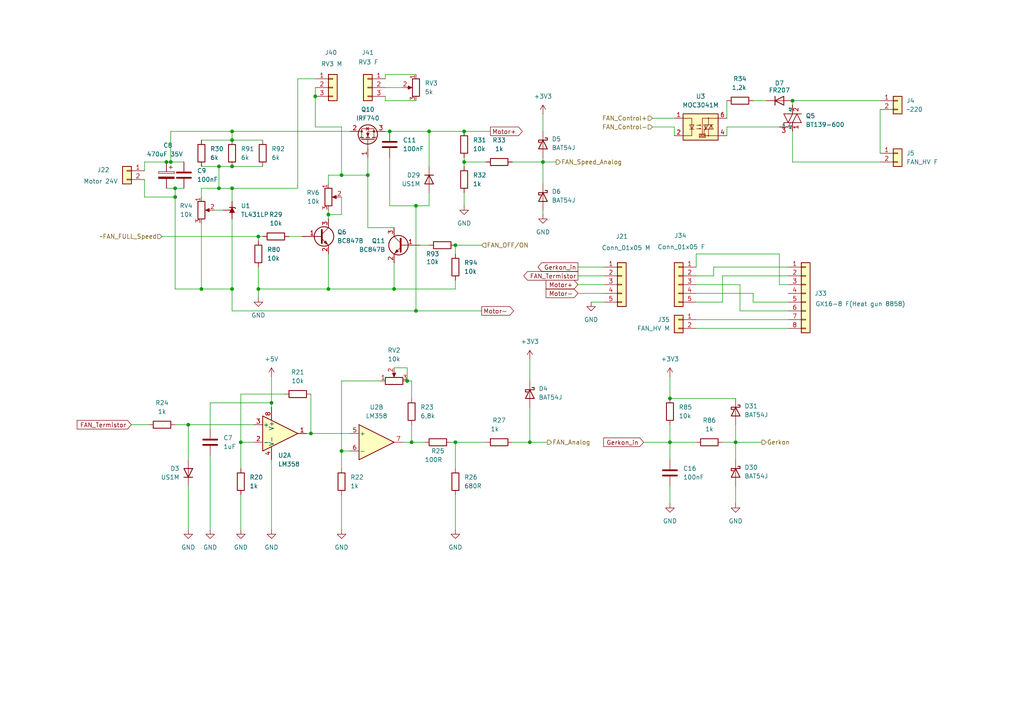
<source format=kicad_sch>
(kicad_sch (version 20231120) (generator "eeschema") (generator_version "8.0")
  (paper "A4")
  (title_block (title "Soldering Station") (date "2024-11-04") (company "BDS-SDCD"))
  (lib_symbols
    (symbol "+3V3_2" (power) (pin_numbers hide) (pin_names (offset 0) hide)
      (property "Value" "+3V3" (at 0 3.556 0))
      (symbol "+3V3_2_0_1"
        (polyline (pts (xy -0.762 1.27) (xy 0 2.54)))
        (polyline (pts (xy 0 0) (xy 0 2.54)))
        (polyline (pts (xy 0 2.54) (xy 0.762 1.27)))
      )
      (symbol "+3V3_2_1_1"
        (pin power_in line (at 0 0 90) (length 0) (name "~") (number "1"))
      )
    )
    (symbol "Amplifier_Operational:LM358" (pin_names (offset 0.127))
      (property "Reference" "U" (at 0 5.08 0))
      (property "Value" "LM358" (at 0 -5.08 0))
      (symbol "LM358_1_1"
        (polyline (pts (xy -5.08 5.08) (xy 5.08 0) (xy -5.08 -5.08) (xy -5.08 5.08)) (stroke (width 0.254)) (fill (type background)))
        (pin output line (at 7.62 0 180) (length 2.54) (name "~") (number "1"))
        (pin input line (at -7.62 -2.54 0) (length 2.54) (name "-") (number "2"))
        (pin input line (at -7.62 2.54 0) (length 2.54) (name "+") (number "3"))
      )
      (symbol "LM358_2_1"
        (polyline (pts (xy -5.08 5.08) (xy 5.08 0) (xy -5.08 -5.08) (xy -5.08 5.08)) (stroke (width 0.254)) (fill (type background)))
        (pin input line (at -7.62 2.54 0) (length 2.54) (name "+") (number "5"))
        (pin input line (at -7.62 -2.54 0) (length 2.54) (name "-") (number "6"))
        (pin output line (at 7.62 0 180) (length 2.54) (name "~") (number "7"))
      )
      (symbol "LM358_3_1"
        (pin power_in line (at -2.54 -7.62 90) (length 3.81) (name "V-") (number "4"))
        (pin power_in line (at -2.54 7.62 270) (length 3.81) (name "V+") (number "8"))
      )
    )
    (symbol "Connector_Generic:Conn_01x02" (pin_names (offset 1.016) hide)
      (property "Reference" "J" (at 0 2.54 0))
      (property "Value" "Conn_01x02" (at 0 -5.08 0))
      (symbol "Conn_01x02_1_1"
        (rectangle (start -1.27 -2.413) (end 0 -2.667) (stroke (width 0.1524)))
        (rectangle (start -1.27 0.127) (end 0 -0.127) (stroke (width 0.1524)))
        (rectangle (start -1.27 1.27) (end 1.27 -3.81) (stroke (width 0.254)) (fill (type background)))
        (pin passive line (at -5.08 0 0) (length 3.81) (name "Pin_1") (number "1"))
        (pin passive line (at -5.08 -2.54 0) (length 3.81) (name "Pin_2") (number "2"))
      )
    )
    (symbol "Connector_Generic:Conn_01x03" (pin_names (offset 1.016) hide)
      (property "Reference" "J" (at 0 5.08 0))
      (property "Value" "Conn_01x03" (at 0 -5.08 0))
      (symbol "Conn_01x03_1_1"
        (rectangle (start -1.27 -2.413) (end 0 -2.667) (stroke (width 0.1524)))
        (rectangle (start -1.27 0.127) (end 0 -0.127) (stroke (width 0.1524)))
        (rectangle (start -1.27 2.667) (end 0 2.413) (stroke (width 0.1524)))
        (rectangle (start -1.27 3.81) (end 1.27 -3.81) (stroke (width 0.254)) (fill (type background)))
        (pin passive line (at -5.08 2.54 0) (length 3.81) (name "Pin_1") (number "1"))
        (pin passive line (at -5.08 0 0) (length 3.81) (name "Pin_2") (number "2"))
        (pin passive line (at -5.08 -2.54 0) (length 3.81) (name "Pin_3") (number "3"))
      )
    )
    (symbol "Connector_Generic:Conn_01x05" (pin_names (offset 1.016) hide)
      (property "Reference" "J" (at 0 7.62 0))
      (property "Value" "Conn_01x05" (at 0 -7.62 0))
      (symbol "Conn_01x05_1_1"
        (rectangle (start -1.27 -4.953) (end 0 -5.207) (stroke (width 0.1524)))
        (rectangle (start -1.27 -2.413) (end 0 -2.667) (stroke (width 0.1524)))
        (rectangle (start -1.27 0.127) (end 0 -0.127) (stroke (width 0.1524)))
        (rectangle (start -1.27 2.667) (end 0 2.413) (stroke (width 0.1524)))
        (rectangle (start -1.27 5.207) (end 0 4.953) (stroke (width 0.1524)))
        (rectangle (start -1.27 6.35) (end 1.27 -6.35) (stroke (width 0.254)) (fill (type background)))
        (pin passive line (at -5.08 5.08 0) (length 3.81) (name "Pin_1") (number "1"))
        (pin passive line (at -5.08 2.54 0) (length 3.81) (name "Pin_2") (number "2"))
        (pin passive line (at -5.08 0 0) (length 3.81) (name "Pin_3") (number "3"))
        (pin passive line (at -5.08 -2.54 0) (length 3.81) (name "Pin_4") (number "4"))
        (pin passive line (at -5.08 -5.08 0) (length 3.81) (name "Pin_5") (number "5"))
      )
    )
    (symbol "Connector_Generic:Conn_01x08" (pin_names (offset 1.016) hide)
      (property "Reference" "J" (at 0 10.16 0))
      (property "Value" "Conn_01x08" (at 0 -12.7 0))
      (symbol "Conn_01x08_1_1"
        (rectangle (start -1.27 -10.033) (end 0 -10.287) (stroke (width 0.1524)))
        (rectangle (start -1.27 -7.493) (end 0 -7.747) (stroke (width 0.1524)))
        (rectangle (start -1.27 -4.953) (end 0 -5.207) (stroke (width 0.1524)))
        (rectangle (start -1.27 -2.413) (end 0 -2.667) (stroke (width 0.1524)))
        (rectangle (start -1.27 0.127) (end 0 -0.127) (stroke (width 0.1524)))
        (rectangle (start -1.27 2.667) (end 0 2.413) (stroke (width 0.1524)))
        (rectangle (start -1.27 5.207) (end 0 4.953) (stroke (width 0.1524)))
        (rectangle (start -1.27 7.747) (end 0 7.493) (stroke (width 0.1524)))
        (rectangle (start -1.27 8.89) (end 1.27 -11.43) (stroke (width 0.254)) (fill (type background)))
        (pin passive line (at -5.08 7.62 0) (length 3.81) (name "Pin_1") (number "1"))
        (pin passive line (at -5.08 5.08 0) (length 3.81) (name "Pin_2") (number "2"))
        (pin passive line (at -5.08 2.54 0) (length 3.81) (name "Pin_3") (number "3"))
        (pin passive line (at -5.08 0 0) (length 3.81) (name "Pin_4") (number "4"))
        (pin passive line (at -5.08 -2.54 0) (length 3.81) (name "Pin_5") (number "5"))
        (pin passive line (at -5.08 -5.08 0) (length 3.81) (name "Pin_6") (number "6"))
        (pin passive line (at -5.08 -7.62 0) (length 3.81) (name "Pin_7") (number "7"))
        (pin passive line (at -5.08 -10.16 0) (length 3.81) (name "Pin_8") (number "8"))
      )
    )
    (symbol "Device:C" (pin_numbers hide) (pin_names (offset 0.254))
      (property "Reference" "C" (at 0.635 2.54 0))
      (property "Value" "C" (at 0.635 -2.54 0))
      (symbol "C_0_1"
        (polyline (pts (xy -2.032 -0.762) (xy 2.032 -0.762)) (stroke (width 0.508)))
        (polyline (pts (xy -2.032 0.762) (xy 2.032 0.762)) (stroke (width 0.508)))
      )
      (symbol "C_1_1"
        (pin passive line (at 0 3.81 270) (length 2.794) (name "~") (number "1"))
        (pin passive line (at 0 -3.81 90) (length 2.794) (name "~") (number "2"))
      )
    )
    (symbol "Device:C_Polarized" (pin_numbers hide) (pin_names (offset 0.254))
      (property "Reference" "C" (at 0.635 2.54 0))
      (property "Value" "C_Polarized" (at 0.635 -2.54 0))
      (symbol "C_Polarized_0_1"
        (rectangle (start -2.286 0.508) (end 2.286 1.016))
        (polyline (pts (xy -1.778 2.286) (xy -0.762 2.286)))
        (polyline (pts (xy -1.27 2.794) (xy -1.27 1.778)))
        (rectangle (start 2.286 -0.508) (end -2.286 -1.016) (fill (type outline)))
      )
      (symbol "C_Polarized_1_1"
        (pin passive line (at 0 3.81 270) (length 2.794) (name "~") (number "1"))
        (pin passive line (at 0 -3.81 90) (length 2.794) (name "~") (number "2"))
      )
    )
    (symbol "Device:D" (pin_numbers hide) (pin_names (offset 1.016) hide)
      (property "Reference" "D" (at 0 2.54 0))
      (property "Value" "D" (at 0 -2.54 0))
      (symbol "D_0_1"
        (polyline (pts (xy -1.27 1.27) (xy -1.27 -1.27)) (stroke (width 0.254)))
        (polyline (pts (xy 1.27 0) (xy -1.27 0)))
        (polyline (pts (xy 1.27 1.27) (xy 1.27 -1.27) (xy -1.27 0) (xy 1.27 1.27)) (stroke (width 0.254)))
      )
      (symbol "D_1_1"
        (pin passive line (at -3.81 0 0) (length 2.54) (name "K") (number "1"))
        (pin passive line (at 3.81 0 180) (length 2.54) (name "A") (number "2"))
      )
    )
    (symbol "Device:R" (pin_numbers hide) (pin_names (offset 0))
      (property "Reference" "R" (at 2.032 0 90))
      (property "Value" "R" (at 0 0 90))
      (symbol "R_0_1"
        (rectangle (start -1.016 -2.54) (end 1.016 2.54) (stroke (width 0.254)))
      )
      (symbol "R_1_1"
        (pin passive line (at 0 3.81 270) (length 1.27) (name "~") (number "1"))
        (pin passive line (at 0 -3.81 90) (length 1.27) (name "~") (number "2"))
      )
    )
    (symbol "Device:R_Potentiometer" (pin_names (offset 1.016) hide)
      (property "Reference" "RV" (at -4.445 0 90))
      (property "Value" "R_Potentiometer" (at -2.54 0 90))
      (symbol "R_Potentiometer_0_1"
        (polyline (pts (xy 2.54 0) (xy 1.524 0)))
        (polyline (pts (xy 1.143 0) (xy 2.286 0.508) (xy 2.286 -0.508) (xy 1.143 0)) (fill (type outline)))
        (rectangle (start 1.016 2.54) (end -1.016 -2.54) (stroke (width 0.254)))
      )
      (symbol "R_Potentiometer_1_1"
        (pin passive line (at 0 3.81 270) (length 1.27) (name "1") (number "1"))
        (pin passive line (at 3.81 0 180) (length 1.27) (name "2") (number "2"))
        (pin passive line (at 0 -3.81 90) (length 1.27) (name "3") (number "3"))
      )
    )
    (symbol "Diode:BAT54J" (pin_numbers hide) (pin_names (offset 1.016) hide)
      (property "Reference" "D" (at 0 2.54 0))
      (property "Value" "BAT54J" (at 0 -2.54 0))
      (symbol "BAT54J_0_1"
        (polyline (pts (xy 1.27 0) (xy -1.27 0)))
        (polyline (pts (xy 1.27 1.27) (xy 1.27 -1.27) (xy -1.27 0) (xy 1.27 1.27)) (stroke (width 0.254)))
        (polyline (pts (xy -1.905 0.635) (xy -1.905 1.27) (xy -1.27 1.27) (xy -1.27 -1.27) (xy -0.635 -1.27) (xy -0.635 -0.635)) (stroke (width 0.254)))
      )
      (symbol "BAT54J_1_1"
        (pin passive line (at -3.81 0 0) (length 2.54) (name "K") (number "1"))
        (pin passive line (at 3.81 0 180) (length 2.54) (name "A") (number "2"))
      )
    )
    (symbol "Diode:US1M" (pin_numbers hide) (pin_names hide)
      (property "Reference" "D" (at 0 2.54 0))
      (property "Value" "US1M" (at 0 -2.54 0))
      (symbol "US1M_0_1"
        (polyline (pts (xy -1.27 1.27) (xy -1.27 -1.27)) (stroke (width 0.254)))
        (polyline (pts (xy 1.27 0) (xy -1.27 0)))
        (polyline (pts (xy 1.27 1.27) (xy 1.27 -1.27) (xy -1.27 0) (xy 1.27 1.27)) (stroke (width 0.254)))
      )
      (symbol "US1M_1_1"
        (pin passive line (at -3.81 0 0) (length 2.54) (name "K") (number "1"))
        (pin passive line (at 3.81 0 180) (length 2.54) (name "A") (number "2"))
      )
    )
    (symbol "GND_1" (power) (pin_numbers hide) (pin_names (offset 0) hide)
      (property "Value" "GND" (at 0 -3.81 0))
      (symbol "GND_1_0_1"
        (polyline (pts (xy 0 0) (xy 0 -1.27) (xy 1.27 -1.27) (xy 0 -2.54) (xy -1.27 -1.27) (xy 0 -1.27)))
      )
      (symbol "GND_1_1_1"
        (pin power_in line (at 0 0 270) (length 0) (name "~") (number "1"))
      )
    )
    (symbol "GND_2" (power) (pin_numbers hide) (pin_names (offset 0) hide)
      (property "Value" "GND" (at 0 -3.81 0))
      (symbol "GND_2_0_1"
        (polyline (pts (xy 0 0) (xy 0 -1.27) (xy 1.27 -1.27) (xy 0 -2.54) (xy -1.27 -1.27) (xy 0 -1.27)))
      )
      (symbol "GND_2_1_1"
        (pin power_in line (at 0 0 270) (length 0) (name "~") (number "1"))
      )
    )
    (symbol "GND_3" (power) (pin_numbers hide) (pin_names (offset 0) hide)
      (property "Value" "GND" (at 0 -3.81 0))
      (symbol "GND_3_0_1"
        (polyline (pts (xy 0 0) (xy 0 -1.27) (xy 1.27 -1.27) (xy 0 -2.54) (xy -1.27 -1.27) (xy 0 -1.27)))
      )
      (symbol "GND_3_1_1"
        (pin power_in line (at 0 0 270) (length 0) (name "~") (number "1"))
      )
    )
    (symbol "Reference_Voltage:TL431LP" (pin_numbers hide) (pin_names hide)
      (property "Reference" "U" (at -2.54 2.54 0))
      (property "Value" "TL431LP" (at 0 -2.54 0))
      (symbol "TL431LP_0_1"
        (polyline (pts (xy -1.27 0) (xy 0 0) (xy 1.27 0)))
        (polyline (pts (xy -0.762 0.762) (xy 0.762 0) (xy -0.762 -0.762)) (fill (type outline)))
        (polyline (pts (xy 0.508 -1.016) (xy 0.762 -0.762) (xy 0.762 0.762) (xy 0.762 0.762)) (stroke (width 0.254)))
      )
      (symbol "TL431LP_1_1"
        (pin passive line (at 0 2.54 270) (length 2.54) (name "REF") (number "1"))
        (pin passive line (at -2.54 0 0) (length 2.54) (name "A") (number "2"))
        (pin passive line (at 2.54 0 180) (length 2.54) (name "K") (number "3"))
      )
    )
    (symbol "Relay_SolidState:MOC3041M"
      (property "Reference" "U" (at -5.08 5.08 0))
      (property "Value" "MOC3041M" (at 0 5.08 0))
      (symbol "MOC3041M_0_0"
        (rectangle (start -0.381 -2.032) (end 1.397 -3.048))
        (polyline (pts (xy 2.286 -2.54) (xy 1.397 -2.54)))
        (polyline (pts (xy 1.524 -0.635) (xy 1.016 -1.016) (xy 1.016 -2.032)))
        (text "ZCD" (at 0.508 -2.54 0) (effects (font (size 0.508 0.508))))
      )
      (symbol "MOC3041M_0_1"
        (rectangle (start -5.08 3.81) (end 5.08 -3.81) (stroke (width 0.254)) (fill (type background)))
        (polyline (pts (xy -3.175 -0.635) (xy -1.905 -0.635)))
        (polyline (pts (xy 1.524 -0.635) (xy 1.524 0.635)))
        (polyline (pts (xy 3.048 0.635) (xy 3.048 -0.635)))
        (polyline (pts (xy 2.286 -0.635) (xy 2.286 -2.54) (xy 5.08 -2.54)))
        (polyline (pts (xy 2.286 0.635) (xy 2.286 2.54) (xy 5.08 2.54)))
        (polyline (pts (xy 2.286 2.54) (xy 0.508 2.54) (xy 0.508 -2.032)))
        (polyline (pts (xy -5.08 2.54) (xy -2.54 2.54) (xy -2.54 -2.54) (xy -5.08 -2.54)))
        (polyline (pts (xy -2.54 -0.635) (xy -3.175 0.635) (xy -1.905 0.635) (xy -2.54 -0.635)))
        (polyline (pts (xy 0.889 -0.635) (xy 3.683 -0.635) (xy 3.048 0.635) (xy 2.413 -0.635)))
        (polyline (pts (xy 3.683 0.635) (xy 0.889 0.635) (xy 1.524 -0.635) (xy 2.159 0.635)))
        (polyline (pts (xy -1.143 -0.508) (xy 0.127 -0.508) (xy -0.254 -0.635) (xy -0.254 -0.381) (xy 0.127 -0.508)))
        (polyline (pts (xy -1.143 0.508) (xy 0.127 0.508) (xy -0.254 0.381) (xy -0.254 0.635) (xy 0.127 0.508)))
        (circle (center 2.286 -2.54) (radius 0.127))
        (circle (center 2.286 2.54) (radius 0.127))
      )
      (symbol "MOC3041M_1_1"
        (pin passive line (at -7.62 2.54 0) (length 2.54) (name "~") (number "1"))
        (pin passive line (at -7.62 -2.54 0) (length 2.54) (name "~") (number "2"))
        (pin no_connect line (at -5.08 0 0) (length 2.54) hide (name "NC") (number "3"))
        (pin passive line (at 7.62 -2.54 180) (length 2.54) (name "~") (number "4"))
        (pin no_connect line (at 5.08 0 180) (length 2.54) hide (name "NC") (number "5"))
        (pin passive line (at 7.62 2.54 180) (length 2.54) (name "~") (number "6"))
      )
    )
    (symbol "Transistor_BJT:BC847" (pin_names (offset 0) hide)
      (property "Reference" "Q" (at 5.08 1.905 0))
      (property "Value" "BC847" (at 5.08 0 0))
      (symbol "BC847_0_1"
        (polyline (pts (xy 0.635 0.635) (xy 2.54 2.54)))
        (polyline (pts (xy 0.635 -0.635) (xy 2.54 -2.54) (xy 2.54 -2.54)))
        (polyline (pts (xy 0.635 1.905) (xy 0.635 -1.905) (xy 0.635 -1.905)) (stroke (width 0.508)))
        (polyline (pts (xy 1.27 -1.778) (xy 1.778 -1.27) (xy 2.286 -2.286) (xy 1.27 -1.778) (xy 1.27 -1.778)) (fill (type outline)))
        (circle (center 1.27 0) (radius 2.8194) (stroke (width 0.254)))
      )
      (symbol "BC847_1_1"
        (pin input line (at -5.08 0 0) (length 5.715) (name "B") (number "1"))
        (pin passive line (at 2.54 -5.08 90) (length 2.54) (name "E") (number "2"))
        (pin passive line (at 2.54 5.08 270) (length 2.54) (name "C") (number "3"))
      )
    )
    (symbol "Transistor_FET:IRF740" (pin_names hide)
      (property "Reference" "Q" (at 5.08 1.905 0))
      (property "Value" "IRF740" (at 5.08 0 0))
      (symbol "IRF740_0_1"
        (polyline (pts (xy 0.254 0) (xy -2.54 0)))
        (polyline (pts (xy 0.254 1.905) (xy 0.254 -1.905)) (stroke (width 0.254)))
        (polyline (pts (xy 0.762 -1.27) (xy 0.762 -2.286)) (stroke (width 0.254)))
        (polyline (pts (xy 0.762 0.508) (xy 0.762 -0.508)) (stroke (width 0.254)))
        (polyline (pts (xy 0.762 2.286) (xy 0.762 1.27)) (stroke (width 0.254)))
        (polyline (pts (xy 2.54 2.54) (xy 2.54 1.778)))
        (polyline (pts (xy 2.54 -2.54) (xy 2.54 0) (xy 0.762 0)))
        (polyline (pts (xy 0.762 -1.778) (xy 3.302 -1.778) (xy 3.302 1.778) (xy 0.762 1.778)))
        (polyline (pts (xy 1.016 0) (xy 2.032 0.381) (xy 2.032 -0.381) (xy 1.016 0)) (fill (type outline)))
        (polyline (pts (xy 2.794 0.508) (xy 2.921 0.381) (xy 3.683 0.381) (xy 3.81 0.254)))
        (polyline (pts (xy 3.302 0.381) (xy 2.921 -0.254) (xy 3.683 -0.254) (xy 3.302 0.381)))
        (circle (center 1.651 0) (radius 2.794) (stroke (width 0.254)))
        (circle (center 2.54 -1.778) (radius 0.254) (fill (type outline)))
        (circle (center 2.54 1.778) (radius 0.254) (fill (type outline)))
      )
      (symbol "IRF740_1_1"
        (pin input line (at -5.08 0 0) (length 2.54) (name "G") (number "1"))
        (pin passive line (at 2.54 5.08 270) (length 2.54) (name "D") (number "2"))
        (pin passive line (at 2.54 -5.08 90) (length 2.54) (name "S") (number "3"))
      )
    )
    (symbol "Triac_Thyristor:BT139-600" (pin_names (offset 0))
      (property "Reference" "Q" (at 5.08 1.905 0))
      (property "Value" "BT139-600" (at 5.08 0 0))
      (symbol "BT139-600_0_1"
        (polyline (pts (xy -2.54 -1.27) (xy 2.54 -1.27)) (stroke (width 0.2032)))
        (polyline (pts (xy -2.54 1.27) (xy 2.54 1.27)) (stroke (width 0.2032)))
        (polyline (pts (xy -1.27 -2.54) (xy -0.635 -1.27)))
        (polyline (pts (xy -2.54 1.27) (xy -1.27 -1.27) (xy 0 1.27)) (stroke (width 0.2032)))
        (polyline (pts (xy 0 -1.27) (xy 1.27 1.27) (xy 2.54 -1.27)) (stroke (width 0.2032)))
      )
      (symbol "BT139-600_1_1"
        (pin passive line (at 0 -3.81 90) (length 2.54) (name "A1") (number "1"))
        (pin passive line (at 0 3.81 270) (length 2.54) (name "A2") (number "2"))
        (pin input line (at -3.81 -2.54 0) (length 2.54) (name "G") (number "3"))
      )
    )
    (symbol "US1M_1" (pin_numbers hide) (pin_names hide)
      (property "Reference" "D" (at 0 2.54 0))
      (property "Value" "US1M" (at 0 -2.54 0))
      (symbol "US1M_1_0_1"
        (polyline (pts (xy -1.27 1.27) (xy -1.27 -1.27)) (stroke (width 0.254)))
        (polyline (pts (xy 1.27 0) (xy -1.27 0)))
        (polyline (pts (xy 1.27 1.27) (xy 1.27 -1.27) (xy -1.27 0) (xy 1.27 1.27)) (stroke (width 0.254)))
      )
      (symbol "US1M_1_1_1"
        (pin passive line (at -3.81 0 0) (length 2.54) (name "K") (number "1"))
        (pin passive line (at 3.81 0 180) (length 2.54) (name "A") (number "2"))
      )
    )
    (symbol "power:+3V3" (power) (pin_names (offset 0))
      (property "Value" "+3V3" (at 0 3.556 0))
      (symbol "+3V3_0_1"
        (polyline (pts (xy -0.762 1.27) (xy 0 2.54)))
        (polyline (pts (xy 0 0) (xy 0 2.54)))
        (polyline (pts (xy 0 2.54) (xy 0.762 1.27)))
      )
      (symbol "+3V3_1_1"
        (pin power_in line (at 0 0 90) (length 0) hide (name "+3V3") (number "1"))
      )
    )
    (symbol "power:+5V" (power) (pin_names (offset 0))
      (property "Value" "+5V" (at 0 3.556 0))
      (symbol "+5V_0_1"
        (polyline (pts (xy -0.762 1.27) (xy 0 2.54)))
        (polyline (pts (xy 0 0) (xy 0 2.54)))
        (polyline (pts (xy 0 2.54) (xy 0.762 1.27)))
      )
      (symbol "+5V_1_1"
        (pin power_in line (at 0 0 90) (length 0) hide (name "+5V") (number "1"))
      )
    )
    (symbol "power:GND" (power) (pin_names (offset 0))
      (property "Value" "GND" (at 0 -3.81 0))
      (symbol "GND_0_1"
        (polyline (pts (xy 0 0) (xy 0 -1.27) (xy 1.27 -1.27) (xy 0 -2.54) (xy -1.27 -1.27) (xy 0 -1.27)))
      )
      (symbol "GND_1_1"
        (pin power_in line (at 0 0 270) (length 0) hide (name "GND") (number "1"))
      )
    )
  )
  (junction (at 63.5 48.26))
  (junction (at 67.31 40.64))
  (junction (at 157.48 46.99))
  (junction (at 120.65 90.17))
  (junction (at 67.31 83.82))
  (junction (at 194.31 115.57))
  (junction (at 50.8 54.61))
  (junction (at 119.38 128.27))
  (junction (at 132.08 128.27))
  (junction (at 90.17 125.73))
  (junction (at 153.67 128.27))
  (junction (at 120.65 59.69))
  (junction (at 95.25 83.82))
  (junction (at 113.03 38.1))
  (junction (at 69.85 128.27))
  (junction (at 95.25 62.23))
  (junction (at 78.74 116.84))
  (junction (at 194.31 128.27))
  (junction (at 134.62 46.99))
  (junction (at 124.46 38.1))
  (junction (at 54.61 123.19))
  (junction (at 48.26 46.99))
  (junction (at 67.31 38.1))
  (junction (at 118.11 110.49))
  (junction (at 91.44 27.94))
  (junction (at 63.5 54.61))
  (junction (at 67.31 48.26))
  (junction (at 50.8 57.15))
  (junction (at 134.62 38.1))
  (junction (at 106.68 50.8))
  (junction (at 74.93 68.58))
  (junction (at 99.06 130.81))
  (junction (at 132.08 71.12))
  (junction (at 213.36 128.27))
  (junction (at 99.06 50.8))
  (junction (at 229.87 29.21))
  (junction (at 49.53 46.99))
  (junction (at 67.31 54.61))
  (junction (at 74.93 83.82))
  (junction (at 58.42 83.82))
  (junction (at 114.3 83.82))
  (wire (pts (xy 194.31 123.19) (xy 194.31 128.27)))
  (wire (pts (xy 210.82 36.83) (xy 210.82 39.37)))
  (wire (pts (xy 229.87 38.1) (xy 229.87 46.99)))
  (wire (pts (xy 167.64 77.47) (xy 175.26 77.47)))
  (wire (pts (xy 95.25 60.96) (xy 95.25 62.23)))
  (wire (pts (xy 229.87 46.99) (xy 255.27 46.99)))
  (wire (pts (xy 201.93 92.71) (xy 228.6 92.71)))
  (wire (pts (xy 226.06 82.55) (xy 228.6 82.55)))
  (wire (pts (xy 148.59 128.27) (xy 153.67 128.27)))
  (wire (pts (xy 119.38 128.27) (xy 119.38 123.19)))
  (wire (pts (xy 60.96 124.46) (xy 60.96 116.84)))
  (wire (pts (xy 189.23 36.83) (xy 195.58 36.83)))
  (wire (pts (xy 95.25 83.82) (xy 114.3 83.82)))
  (wire (pts (xy 120.65 59.69) (xy 120.65 90.17)))
  (wire (pts (xy 134.62 45.72) (xy 134.62 46.99)))
  (wire (pts (xy 132.08 81.28) (xy 132.08 83.82)))
  (wire (pts (xy 167.64 82.55) (xy 175.26 82.55)))
  (wire (pts (xy 207.01 80.01) (xy 207.01 77.47)))
  (wire (pts (xy 124.46 55.88) (xy 124.46 59.69)))
  (wire (pts (xy 95.25 50.8) (xy 95.25 53.34)))
  (wire (pts (xy 91.44 36.83) (xy 99.06 36.83)))
  (wire (pts (xy 201.93 77.47) (xy 201.93 73.66)))
  (wire (pts (xy 50.8 57.15) (xy 50.8 83.82)))
  (wire (pts (xy 213.36 128.27) (xy 220.98 128.27)))
  (wire (pts (xy 119.38 128.27) (xy 123.19 128.27)))
  (wire (pts (xy 114.3 106.68) (xy 118.11 106.68)))
  (wire (pts (xy 214.63 90.17) (xy 214.63 82.55)))
  (wire (pts (xy 210.82 36.83) (xy 226.06 36.83)))
  (wire (pts (xy 99.06 130.81) (xy 99.06 135.89)))
  (wire (pts (xy 74.93 77.47) (xy 74.93 83.82)))
  (wire (pts (xy 67.31 54.61) (xy 67.31 58.42)))
  (wire (pts (xy 148.59 46.99) (xy 157.48 46.99)))
  (wire (pts (xy 218.44 29.21) (xy 222.25 29.21)))
  (wire (pts (xy 49.53 38.1) (xy 67.31 38.1)))
  (wire (pts (xy 110.49 110.49) (xy 99.06 110.49)))
  (wire (pts (xy 99.06 50.8) (xy 95.25 50.8)))
  (wire (pts (xy 195.58 36.83) (xy 195.58 39.37)))
  (wire (pts (xy 67.31 54.61) (xy 86.36 54.61)))
  (wire (pts (xy 132.08 143.51) (xy 132.08 153.67)))
  (wire (pts (xy 54.61 140.97) (xy 54.61 153.67)))
  (wire (pts (xy 49.53 46.99) (xy 49.53 38.1)))
  (wire (pts (xy 134.62 46.99) (xy 134.62 48.26)))
  (wire (pts (xy 218.44 87.63) (xy 228.6 87.63)))
  (wire (pts (xy 78.74 109.22) (xy 78.74 116.84)))
  (wire (pts (xy 209.55 80.01) (xy 228.6 80.01)))
  (wire (pts (xy 67.31 83.82) (xy 67.31 90.17)))
  (wire (pts (xy 213.36 123.19) (xy 213.36 128.27)))
  (wire (pts (xy 50.8 54.61) (xy 50.8 57.15)))
  (wire (pts (xy 186.69 128.27) (xy 194.31 128.27)))
  (wire (pts (xy 86.36 22.86) (xy 86.36 54.61)))
  (wire (pts (xy 106.68 66.04) (xy 114.3 66.04)))
  (wire (pts (xy 69.85 114.3) (xy 69.85 128.27)))
  (wire (pts (xy 157.48 46.99) (xy 157.48 45.72)))
  (wire (pts (xy 111.76 29.21) (xy 120.65 29.21)))
  (wire (pts (xy 207.01 77.47) (xy 228.6 77.47)))
  (wire (pts (xy 113.03 38.1) (xy 124.46 38.1)))
  (wire (pts (xy 132.08 135.89) (xy 132.08 128.27)))
  (wire (pts (xy 54.61 123.19) (xy 54.61 133.35)))
  (wire (pts (xy 132.08 128.27) (xy 140.97 128.27)))
  (wire (pts (xy 201.93 85.09) (xy 218.44 85.09)))
  (wire (pts (xy 209.55 128.27) (xy 213.36 128.27)))
  (wire (pts (xy 153.67 128.27) (xy 158.75 128.27)))
  (wire (pts (xy 99.06 57.15) (xy 99.06 62.23)))
  (wire (pts (xy 41.91 49.53) (xy 41.91 46.99)))
  (wire (pts (xy 201.93 73.66) (xy 226.06 73.66)))
  (wire (pts (xy 121.92 71.12) (xy 124.46 71.12)))
  (wire (pts (xy 157.48 46.99) (xy 161.29 46.99)))
  (wire (pts (xy 201.93 95.25) (xy 228.6 95.25)))
  (wire (pts (xy 74.93 83.82) (xy 95.25 83.82)))
  (wire (pts (xy 213.36 140.97) (xy 213.36 146.05)))
  (wire (pts (xy 90.17 125.73) (xy 101.6 125.73)))
  (wire (pts (xy 228.6 90.17) (xy 214.63 90.17)))
  (wire (pts (xy 134.62 46.99) (xy 140.97 46.99)))
  (wire (pts (xy 118.11 106.68) (xy 118.11 110.49)))
  (wire (pts (xy 157.48 46.99) (xy 157.48 53.34)))
  (wire (pts (xy 124.46 38.1) (xy 124.46 48.26)))
  (wire (pts (xy 255.27 31.75) (xy 255.27 44.45)))
  (wire (pts (xy 67.31 90.17) (xy 120.65 90.17)))
  (wire (pts (xy 63.5 54.61) (xy 67.31 54.61)))
  (wire (pts (xy 119.38 115.57) (xy 119.38 110.49)))
  (wire (pts (xy 63.5 48.26) (xy 63.5 54.61)))
  (wire (pts (xy 201.93 80.01) (xy 207.01 80.01)))
  (wire (pts (xy 214.63 82.55) (xy 201.93 82.55)))
  (wire (pts (xy 113.03 45.72) (xy 113.03 59.69)))
  (wire (pts (xy 111.76 25.4) (xy 116.84 25.4)))
  (wire (pts (xy 124.46 38.1) (xy 134.62 38.1)))
  (wire (pts (xy 50.8 54.61) (xy 53.34 54.61)))
  (wire (pts (xy 120.65 90.17) (xy 139.7 90.17)))
  (wire (pts (xy 111.76 22.86) (xy 111.76 21.59)))
  (wire (pts (xy 46.99 68.58) (xy 74.93 68.58)))
  (wire (pts (xy 119.38 110.49) (xy 118.11 110.49)))
  (wire (pts (xy 171.45 87.63) (xy 175.26 87.63)))
  (wire (pts (xy 58.42 40.64) (xy 67.31 40.64)))
  (wire (pts (xy 88.9 125.73) (xy 90.17 125.73)))
  (wire (pts (xy 194.31 128.27) (xy 194.31 133.35)))
  (wire (pts (xy 63.5 48.26) (xy 67.31 48.26)))
  (wire (pts (xy 99.06 36.83) (xy 99.06 50.8)))
  (wire (pts (xy 106.68 45.72) (xy 106.68 50.8)))
  (wire (pts (xy 67.31 38.1) (xy 101.6 38.1)))
  (wire (pts (xy 69.85 128.27) (xy 69.85 135.89)))
  (wire (pts (xy 95.25 73.66) (xy 95.25 83.82)))
  (wire (pts (xy 58.42 83.82) (xy 67.31 83.82)))
  (wire (pts (xy 60.96 132.08) (xy 60.96 153.67)))
  (wire (pts (xy 54.61 123.19) (xy 73.66 123.19)))
  (wire (pts (xy 229.87 29.21) (xy 255.27 29.21)))
  (wire (pts (xy 83.82 68.58) (xy 87.63 68.58)))
  (wire (pts (xy 99.06 143.51) (xy 99.06 153.67)))
  (wire (pts (xy 157.48 33.02) (xy 157.48 38.1)))
  (wire (pts (xy 111.76 27.94) (xy 111.76 29.21)))
  (wire (pts (xy 157.48 60.96) (xy 157.48 62.23)))
  (wire (pts (xy 111.76 21.59) (xy 120.65 21.59)))
  (wire (pts (xy 95.25 62.23) (xy 95.25 63.5)))
  (wire (pts (xy 69.85 128.27) (xy 73.66 128.27)))
  (wire (pts (xy 116.84 128.27) (xy 119.38 128.27)))
  (wire (pts (xy 114.3 83.82) (xy 132.08 83.82)))
  (wire (pts (xy 74.93 68.58) (xy 74.93 69.85)))
  (wire (pts (xy 101.6 130.81) (xy 99.06 130.81)))
  (wire (pts (xy 167.64 80.01) (xy 175.26 80.01)))
  (wire (pts (xy 153.67 118.11) (xy 153.67 128.27)))
  (wire (pts (xy 41.91 57.15) (xy 50.8 57.15)))
  (wire (pts (xy 99.06 110.49) (xy 99.06 130.81)))
  (wire (pts (xy 194.31 109.22) (xy 194.31 115.57)))
  (wire (pts (xy 194.31 128.27) (xy 201.93 128.27)))
  (wire (pts (xy 210.82 29.21) (xy 210.82 34.29)))
  (wire (pts (xy 41.91 52.07) (xy 41.91 57.15)))
  (wire (pts (xy 111.76 38.1) (xy 113.03 38.1)))
  (wire (pts (xy 48.26 46.99) (xy 49.53 46.99)))
  (wire (pts (xy 91.44 36.83) (xy 91.44 27.94)))
  (wire (pts (xy 41.91 46.99) (xy 48.26 46.99)))
  (wire (pts (xy 69.85 143.51) (xy 69.85 153.67)))
  (wire (pts (xy 134.62 55.88) (xy 134.62 59.69)))
  (wire (pts (xy 60.96 116.84) (xy 78.74 116.84)))
  (wire (pts (xy 91.44 25.4) (xy 91.44 27.94)))
  (wire (pts (xy 62.23 60.96) (xy 64.77 60.96)))
  (wire (pts (xy 38.1 123.19) (xy 43.18 123.19)))
  (wire (pts (xy 58.42 57.15) (xy 58.42 54.61)))
  (wire (pts (xy 50.8 83.82) (xy 58.42 83.82)))
  (wire (pts (xy 67.31 63.5) (xy 67.31 83.82)))
  (wire (pts (xy 67.31 48.26) (xy 76.2 48.26)))
  (wire (pts (xy 78.74 116.84) (xy 78.74 118.11)))
  (wire (pts (xy 113.03 59.69) (xy 120.65 59.69)))
  (wire (pts (xy 78.74 133.35) (xy 78.74 153.67)))
  (wire (pts (xy 213.36 128.27) (xy 213.36 133.35)))
  (wire (pts (xy 58.42 48.26) (xy 63.5 48.26)))
  (wire (pts (xy 90.17 114.3) (xy 90.17 125.73)))
  (wire (pts (xy 67.31 38.1) (xy 67.31 40.64)))
  (wire (pts (xy 167.64 85.09) (xy 175.26 85.09)))
  (wire (pts (xy 132.08 71.12) (xy 139.7 71.12)))
  (wire (pts (xy 58.42 54.61) (xy 63.5 54.61)))
  (wire (pts (xy 209.55 87.63) (xy 209.55 80.01)))
  (wire (pts (xy 132.08 128.27) (xy 130.81 128.27)))
  (wire (pts (xy 99.06 62.23) (xy 95.25 62.23)))
  (wire (pts (xy 153.67 104.14) (xy 153.67 110.49)))
  (wire (pts (xy 132.08 71.12) (xy 132.08 73.66)))
  (wire (pts (xy 194.31 140.97) (xy 194.31 146.05)))
  (wire (pts (xy 48.26 54.61) (xy 50.8 54.61)))
  (wire (pts (xy 189.23 34.29) (xy 195.58 34.29)))
  (wire (pts (xy 226.06 73.66) (xy 226.06 82.55)))
  (wire (pts (xy 213.36 115.57) (xy 194.31 115.57)))
  (wire (pts (xy 67.31 40.64) (xy 76.2 40.64)))
  (wire (pts (xy 99.06 50.8) (xy 106.68 50.8)))
  (wire (pts (xy 134.62 38.1) (xy 142.24 38.1)))
  (wire (pts (xy 91.44 22.86) (xy 86.36 22.86)))
  (wire (pts (xy 58.42 64.77) (xy 58.42 83.82)))
  (wire (pts (xy 229.87 29.21) (xy 229.87 30.48)))
  (wire (pts (xy 218.44 85.09) (xy 218.44 87.63)))
  (wire (pts (xy 114.3 76.2) (xy 114.3 83.82)))
  (wire (pts (xy 74.93 68.58) (xy 76.2 68.58)))
  (wire (pts (xy 49.53 46.99) (xy 53.34 46.99)))
  (wire (pts (xy 50.8 123.19) (xy 54.61 123.19)))
  (wire (pts (xy 201.93 87.63) (xy 209.55 87.63)))
  (wire (pts (xy 120.65 59.69) (xy 124.46 59.69)))
  (wire (pts (xy 74.93 83.82) (xy 74.93 86.36)))
  (wire (pts (xy 82.55 114.3) (xy 69.85 114.3)))
  (wire (pts (xy 106.68 50.8) (xy 106.68 66.04)))
  (global_label "Gerkon_in" (shape input) (at 186.69 128.27 180) (property "Intersheetrefs" "${INTERSHEET_REFS}" (effects (hide yes))))
  (global_label "Motor-" (shape output) (at 139.7 90.17 0) (property "Intersheetrefs" "${INTERSHEET_REFS}" (effects (hide yes))))
  (global_label "Motor+" (shape input) (at 167.64 82.55 180) (property "Intersheetrefs" "${INTERSHEET_REFS}" (effects (hide yes))))
  (global_label "FAN_Termistor" (shape output) (at 167.64 80.01 180) (property "Intersheetrefs" "${INTERSHEET_REFS}" (effects (hide yes))))
  (global_label "FAN_Termistor" (shape input) (at 38.1 123.19 180) (property "Intersheetrefs" "${INTERSHEET_REFS}" (effects (hide yes))))
  (global_label "Gerkon_in" (shape output) (at 167.64 77.47 180) (property "Intersheetrefs" "${INTERSHEET_REFS}" (effects (hide yes))))
  (global_label "Motor-" (shape input) (at 167.64 85.09 180) (property "Intersheetrefs" "${INTERSHEET_REFS}" (effects (hide yes))))
  (global_label "Motor+" (shape output) (at 142.24 38.1 0) (property "Intersheetrefs" "${INTERSHEET_REFS}" (effects (hide yes))))
  (hierarchical_label "FAN_Control-" (shape input) (at 189.23 36.83 180))
  (hierarchical_label "FAN_OFF{slash}ON" (shape input) (at 139.7 71.12 0))
  (hierarchical_label "Gerkon" (shape output) (at 220.98 128.27 0))
  (hierarchical_label "FAN_Analog" (shape output) (at 158.75 128.27 0))
  (hierarchical_label "~FAN_FULL_Speed" (shape input) (at 46.99 68.58 180))
  (hierarchical_label "FAN_Control+" (shape input) (at 189.23 34.29 180))
  (hierarchical_label "FAN_Speed_Analog" (shape output) (at 161.29 46.99 0))
  (symbol (lib_id "Device:R") (at 132.08 77.47 0) (unit 1)
    (property "Reference" "R94" (at 134.62 76.2 0) (effects (justify left)))
    (property "Value" "10k" (at 134.62 78.74 0) (effects (justify left)))
    (property "Footprint" "Resistor_SMD:R_1206_3216Metric_Pad1.30x1.75mm_HandSolder" (effects (hide yes)))
  )
  (symbol (lib_id "Transistor_FET:IRF740") (at 106.68 40.64 90) (unit 1)
    (property "Reference" "Q10" (at 106.68 31.75 90))
    (property "Value" "IRF740" (at 106.68 34.29 90))
    (property "Footprint" "Package_TO_SOT_THT:TO-220-3_Vertical" (effects (hide yes)))
    (property "Datasheet" "http://www.vishay.com/docs/91054/91054.pdf" (effects (hide yes)))
    (property "Description" "10A Id, 400V Vds, N-Channel Power MOSFET, 500mOhm Rds, TO-220AB" (effects (hide yes)))
  )
  (symbol (lib_id "Device:R_Potentiometer") (at 114.3 110.49 90) (unit 1)
    (property "Reference" "RV2" (at 114.3 101.6 90))
    (property "Value" "10k" (at 114.3 104.14 90))
    (property "Footprint" "Potentiometer_THT:Potentiometer_Bourns_3266Y_Vertical" (effects (hide yes)))
  )
  (symbol (lib_id "power:GND") (at 171.45 87.63 0) (unit 1)
    (property "Reference" "#PWR013" (effects (hide yes)))
    (property "Value" "GND" (at 171.45 92.71 0))
  )
  (symbol (lib_id "Connector_Generic:Conn_01x03") (at 96.52 25.4 0) (unit 1)
    (property "Reference" "J40" (at 97.79 15.24 0) (effects (justify right)))
    (property "Value" "RV3 M" (at 99.314 18.542 0) (effects (justify right)))
    (property "Footprint" "Connector_PinHeader_2.54mm:PinHeader_1x03_P2.54mm_Vertical" (effects (hide yes)))
    (property "Description" "Generic connector, single row, 01x03, script generated (kicad-library-utils/schlib/autogen/connector/)" (effects (hide yes)))
  )
  (symbol (lib_id "power:GND") (at 99.06 153.67 0) (unit 1)
    (property "Reference" "#PWR021" (effects (hide yes)))
    (property "Value" "GND" (at 99.06 158.75 0))
  )
  (symbol (lib_id "Device:R") (at 132.08 139.7 0) (unit 1)
    (property "Reference" "R26" (at 134.62 138.43 0) (effects (justify left)))
    (property "Value" "680R" (at 134.62 140.97 0) (effects (justify left)))
    (property "Footprint" "Resistor_SMD:R_1206_3216Metric_Pad1.30x1.75mm_HandSolder" (effects (hide yes)))
  )
  (symbol (lib_id "power:GND") (at 69.85 153.67 0) (unit 1)
    (property "Reference" "#PWR019" (effects (hide yes)))
    (property "Value" "GND" (at 69.85 158.75 0))
  )
  (symbol (lib_id "Diode:BAT54J") (at 213.36 137.16 270) (unit 1)
    (property "Reference" "D30" (at 215.9 135.5724 90) (effects (justify left)))
    (property "Value" "BAT54J" (at 215.9 138.1124 90) (effects (justify left)))
    (property "Footprint" "Diode_SMD:D_SOD-323F" (effects (hide yes)))
    (property "Datasheet" "https://assets.nexperia.com/documents/data-sheet/BAT54J.pdf" (effects (hide yes)))
    (property "Description" "30V 200mA Schottky diode, SOD-323F" (effects (hide yes)))
  )
  (symbol (lib_id "power:GND") (at 74.93 86.36 0) (unit 1)
    (property "Reference" "#PWR064" (effects (hide yes)))
    (property "Value" "GND" (at 74.93 91.44 0))
  )
  (symbol (lib_id "Device:R") (at 127 128.27 90) (mirror x) (unit 1)
    (property "Reference" "R25" (at 127 130.81 90))
    (property "Value" "100R" (at 125.73 133.35 90))
    (property "Footprint" "Resistor_SMD:R_1206_3216Metric_Pad1.30x1.75mm_HandSolder" (effects (hide yes)))
  )
  (symbol (lib_id "Device:R") (at 46.99 123.19 90) (unit 1)
    (property "Reference" "R24" (at 46.99 116.84 90))
    (property "Value" "1k" (at 46.99 119.38 90))
    (property "Footprint" "Resistor_SMD:R_1206_3216Metric_Pad1.30x1.75mm_HandSolder" (effects (hide yes)))
  )
  (symbol (lib_id "Device:C_Polarized") (at 48.26 50.8 0) (mirror y) (unit 1)
    (property "Reference" "C8" (at 50.038 42.164 0) (effects (justify left)))
    (property "Value" "470uF 35V" (at 53.086 44.704 0) (effects (justify left)))
    (property "Footprint" "Capacitor_THT:CP_Radial_Tantal_D10.5mm_P5.00mm" (effects (hide yes)))
  )
  (symbol (lib_id "Device:R") (at 134.62 41.91 0) (unit 1)
    (property "Reference" "R31" (at 137.16 40.64 0) (effects (justify left)))
    (property "Value" "10k" (at 137.16 43.18 0) (effects (justify left)))
    (property "Footprint" "Resistor_SMD:R_1206_3216Metric_Pad1.30x1.75mm_HandSolder" (effects (hide yes)))
  )
  (symbol (lib_id "Device:R") (at 76.2 44.45 0) (unit 1)
    (property "Reference" "R92" (at 78.74 43.1799 0) (effects (justify left)))
    (property "Value" "6k" (at 78.74 45.7199 0) (effects (justify left)))
    (property "Footprint" "Resistor_SMD:R_1206_3216Metric_Pad1.30x1.75mm_HandSolder" (effects (hide yes)))
  )
  (symbol (lib_id "Connector_Generic:Conn_01x05") (at 180.34 82.55 0) (unit 1)
    (property "Reference" "J21" (at 178.562 68.58 0) (effects (justify left)))
    (property "Value" "Conn_01x05 M" (at 174.498 71.882 0) (effects (justify left)))
    (property "Footprint" "Connector_PinHeader_2.54mm:PinHeader_1x05_P2.54mm_Vertical" (effects (hide yes)))
  )
  (symbol (lib_id "Amplifier_Operational:LM358") (at 81.28 125.73 0) (unit 1)
    (property "Reference" "U2" (at 82.55 132.08 0))
    (property "Value" "LM358" (at 83.82 134.62 0))
    (property "Footprint" "Package_SO:SOIC-8_3.9x4.9mm_P1.27mm" (effects (hide yes)))
    (property "Datasheet" "http://www.ti.com/lit/ds/symlink/lm2904-n.pdf" (effects (hide yes)))
  )
  (symbol (lib_id "Device:R_Potentiometer") (at 95.25 57.15 0) (unit 1)
    (property "Reference" "RV6" (at 92.71 55.8799 0) (effects (justify right)))
    (property "Value" "10k" (at 92.71 58.4199 0) (effects (justify right)))
    (property "Footprint" "Potentiometer_THT:Potentiometer_Bourns_3266Y_Vertical" (effects (hide yes)))
  )
  (symbol (lib_id "Diode:BAT54J") (at 153.67 114.3 270) (unit 1)
    (property "Reference" "D4" (at 156.21 112.7124 90) (effects (justify left)))
    (property "Value" "BAT54J" (at 156.21 115.2524 90) (effects (justify left)))
    (property "Footprint" "Diode_SMD:D_SOD-323F" (effects (hide yes)))
    (property "Datasheet" "https://assets.nexperia.com/documents/data-sheet/BAT54J.pdf" (effects (hide yes)))
    (property "Description" "30V 200mA Schottky diode, SOD-323F" (effects (hide yes)))
  )
  (symbol (lib_id "Reference_Voltage:TL431LP") (at 67.31 60.96 90) (unit 1)
    (property "Reference" "U1" (at 69.85 59.6899 90) (effects (justify right)))
    (property "Value" "TL431LP" (at 69.85 62.2299 90) (effects (justify right)))
    (property "Footprint" "Package_TO_SOT_THT:TO-92_Inline" (effects (hide yes)))
    (property "Datasheet" "http://www.ti.com/lit/ds/symlink/tl431.pdf" (effects (hide yes)))
    (property "Description" "Shunt Regulator, TO-92" (effects (hide yes)))
  )
  (symbol (lib_id "Diode:BAT54J") (at 213.36 119.38 270) (unit 1)
    (property "Reference" "D31" (at 215.9 117.7924 90) (effects (justify left)))
    (property "Value" "BAT54J" (at 215.9 120.3324 90) (effects (justify left)))
    (property "Footprint" "Diode_SMD:D_SOD-323F" (effects (hide yes)))
    (property "Datasheet" "https://assets.nexperia.com/documents/data-sheet/BAT54J.pdf" (effects (hide yes)))
    (property "Description" "30V 200mA Schottky diode, SOD-323F" (effects (hide yes)))
  )
  (symbol (lib_id "Transistor_BJT:BC847") (at 92.71 68.58 0) (unit 1)
    (property "Reference" "Q6" (at 97.79 67.31 0) (effects (justify left)))
    (property "Value" "BC847B" (at 97.79 69.85 0) (effects (justify left)))
    (property "Footprint" "Package_TO_SOT_SMD:SOT-23" (effects (hide yes)))
    (property "Datasheet" "http://www.infineon.com/dgdl/Infineon-BC847SERIES_BC848SERIES_BC849SERIES_BC850SERIES-DS-v01_01-en.pdf?fileId=db3a304314dca389011541d4630a1657" (effects (hide yes)))
  )
  (symbol (lib_id "Device:R") (at 119.38 119.38 0) (unit 1)
    (property "Reference" "R23" (at 121.92 118.11 0) (effects (justify left)))
    (property "Value" "6,8k" (at 121.92 120.65 0) (effects (justify left)))
    (property "Footprint" "Resistor_SMD:R_1206_3216Metric_Pad1.30x1.75mm_HandSolder" (effects (hide yes)))
  )
  (symbol (lib_id "Amplifier_Operational:LM358") (at 109.22 128.27 0) (unit 2)
    (property "Reference" "U2" (at 109.22 118.11 0))
    (property "Value" "LM358" (at 109.22 120.65 0))
    (property "Footprint" "Package_SO:SOIC-8_3.9x4.9mm_P1.27mm" (effects (hide yes)))
    (property "Datasheet" "http://www.ti.com/lit/ds/symlink/lm2904-n.pdf" (effects (hide yes)))
  )
  (symbol (lib_id "Connector_Generic:Conn_01x03") (at 106.68 25.4 0) (mirror y) (unit 1) (on_board no)
    (property "Reference" "J41" (at 104.902 15.24 0) (effects (justify right)))
    (property "Value" "RV3 F" (at 103.886 18.034 0) (effects (justify right)))
    (property "Footprint" "Connector_PinSocket_2.54mm:PinSocket_1x03_P2.54mm_Vertical" (effects (hide yes)))
    (property "Description" "Generic connector, single row, 01x03, script generated (kicad-library-utils/schlib/autogen/connector/)" (effects (hide yes)))
  )
  (symbol (lib_id "Device:R") (at 80.01 68.58 270) (unit 1)
    (property "Reference" "R29" (at 80.01 62.23 90))
    (property "Value" "10k" (at 80.01 64.77 90))
    (property "Footprint" "Resistor_SMD:R_1206_3216Metric_Pad1.30x1.75mm_HandSolder" (effects (hide yes)))
  )
  (symbol (lib_id "Connector_Generic:Conn_01x08") (at 233.68 85.09 0) (unit 1)
    (property "Reference" "J33" (at 236.22 85.0899 0) (effects (justify left)))
    (property "Value" "GX16-8 F(Heat gun 8858)" (at 262.636 88.138 0) (effects (justify right)))
    (property "Description" "Generic connector, single row, 01x08, script generated (kicad-library-utils/schlib/autogen/connector/)" (effects (hide yes)))
  )
  (symbol (lib_id "power:GND") (at 54.61 153.67 0) (unit 1)
    (property "Reference" "#PWR024" (effects (hide yes)))
    (property "Value" "GND" (at 54.61 158.75 0))
  )
  (symbol (lib_id "Device:R") (at 74.93 73.66 0) (unit 1)
    (property "Reference" "R80" (at 77.47 72.39 0) (effects (justify left)))
    (property "Value" "10k" (at 77.47 74.93 0) (effects (justify left)))
    (property "Footprint" "Resistor_SMD:R_1206_3216Metric_Pad1.30x1.75mm_HandSolder" (effects (hide yes)))
  )
  (symbol (lib_id "Device:R") (at 86.36 114.3 90) (unit 1)
    (property "Reference" "R21" (at 86.36 107.95 90))
    (property "Value" "10k" (at 86.36 110.49 90))
    (property "Footprint" "Resistor_SMD:R_1206_3216Metric_Pad1.30x1.75mm_HandSolder" (effects (hide yes)))
  )
  (symbol (lib_name "GND_2") (lib_id "power:GND") (at 157.48 62.23 0) (unit 1)
    (property "Reference" "#PWR071" (effects (hide yes)))
    (property "Value" "GND" (at 157.48 67.31 0))
    (property "Description" "Power symbol creates a global label with name \"GND\" , ground" (effects (hide yes)))
  )
  (symbol (lib_id "Device:C") (at 60.96 128.27 0) (unit 1)
    (property "Reference" "C7" (at 64.77 127 0) (effects (justify left)))
    (property "Value" "1uF" (at 64.77 129.54 0) (effects (justify left)))
    (property "Footprint" "Capacitor_SMD:C_1206_3216Metric" (effects (hide yes)))
  )
  (symbol (lib_id "Device:R_Potentiometer") (at 120.65 25.4 0) (mirror y) (unit 1) (exclude_from_sim yes) (on_board no)
    (property "Reference" "RV3" (at 123.19 24.1299 0) (effects (justify right)))
    (property "Value" "5k" (at 123.19 26.6699 0) (effects (justify right)))
    (property "Footprint" "Potentiometer_THT:Potentiometer_Bourns_3266Y_Vertical" (effects (hide yes)))
  )
  (symbol (lib_id "Device:R") (at 214.63 29.21 90) (mirror x) (unit 1)
    (property "Reference" "R34" (at 214.63 22.86 90))
    (property "Value" "1,2k" (at 214.376 25.4 90))
    (property "Footprint" "Resistor_THT:R_Axial_Power_L25.0mm_W9.0mm_P30.48mm" (effects (hide yes)))
  )
  (symbol (lib_id "Diode:US1M") (at 54.61 137.16 270) (mirror x) (unit 1)
    (property "Reference" "D3" (at 52.07 135.89 90) (effects (justify right)))
    (property "Value" "US1M" (at 52.07 138.43 90) (effects (justify right)))
    (property "Footprint" "Diode_SMD:D_SMA" (effects (hide yes)))
    (property "Datasheet" "https://www.diodes.com/assets/Datasheets/ds16008.pdf" (effects (hide yes)))
    (property "Sim.Device" "D" (effects (hide yes)))
    (property "Sim.Pins" "1=K 2=A" (effects (hide yes)))
  )
  (symbol (lib_id "Device:R_Potentiometer") (at 58.42 60.96 0) (unit 1)
    (property "Reference" "RV4" (at 55.88 59.69 0) (effects (justify right)))
    (property "Value" "10k" (at 55.88 62.23 0) (effects (justify right)))
    (property "Footprint" "Potentiometer_THT:Potentiometer_Bourns_3266Y_Vertical" (effects (hide yes)))
  )
  (symbol (lib_id "Device:R") (at 134.62 52.07 0) (unit 1)
    (property "Reference" "R32" (at 137.16 50.8 0) (effects (justify left)))
    (property "Value" "1k" (at 137.16 53.34 0) (effects (justify left)))
    (property "Footprint" "Resistor_SMD:R_1206_3216Metric_Pad1.30x1.75mm_HandSolder" (effects (hide yes)))
  )
  (symbol (lib_id "power:+3V3") (at 153.67 104.14 0) (unit 1)
    (property "Reference" "#PWR060" (effects (hide yes)))
    (property "Value" "+3V3" (at 153.67 99.06 0))
  )
  (symbol (lib_name "US1M_1") (lib_id "Diode:US1M") (at 124.46 52.07 270) (unit 1)
    (property "Reference" "D29" (at 121.92 50.7999 90) (effects (justify right)))
    (property "Value" "US1M" (at 121.92 53.3399 90) (effects (justify right)))
    (property "Footprint" "Diode_SMD:D_SMA" (effects (hide yes)))
    (property "Datasheet" "https://www.diodes.com/assets/Datasheets/ds16008.pdf" (effects (hide yes)))
    (property "Description" "1000V, 1A, General Purpose Rectifier Diode, SMA(DO-214AC)" (effects (hide yes)))
    (property "Sim.Device" "D" (effects (hide yes)))
    (property "Sim.Pins" "1=K 2=A" (effects (hide yes)))
  )
  (symbol (lib_id "Device:C") (at 194.31 137.16 0) (unit 1)
    (property "Reference" "C16" (at 198.12 135.89 0) (effects (justify left)))
    (property "Value" "100nF" (at 198.12 138.43 0) (effects (justify left)))
    (property "Footprint" "Capacitor_SMD:C_1206_3216Metric" (effects (hide yes)))
  )
  (symbol (lib_id "Diode:BAT54J") (at 157.48 41.91 270) (unit 1)
    (property "Reference" "D5" (at 160.02 40.3224 90) (effects (justify left)))
    (property "Value" "BAT54J" (at 160.02 42.8624 90) (effects (justify left)))
    (property "Footprint" "Diode_SMD:D_SOD-323F" (effects (hide yes)))
    (property "Datasheet" "https://assets.nexperia.com/documents/data-sheet/BAT54J.pdf" (effects (hide yes)))
    (property "Description" "30V 200mA Schottky diode, SOD-323F" (effects (hide yes)))
  )
  (symbol (lib_id "Device:R") (at 99.06 139.7 0) (unit 1)
    (property "Reference" "R22" (at 101.6 138.43 0) (effects (justify left)))
    (property "Value" "1k" (at 101.6 140.97 0) (effects (justify left)))
    (property "Footprint" "Resistor_SMD:R_1206_3216Metric_Pad1.30x1.75mm_HandSolder" (effects (hide yes)))
  )
  (symbol (lib_id "Device:R") (at 128.27 71.12 270) (unit 1)
    (property "Reference" "R93" (at 125.476 73.66 90))
    (property "Value" "10k" (at 125.476 75.946 90))
    (property "Footprint" "Resistor_SMD:R_1206_3216Metric_Pad1.30x1.75mm_HandSolder" (effects (hide yes)))
  )
  (symbol (lib_name "GND_1") (lib_id "power:GND") (at 134.62 59.69 0) (unit 1)
    (property "Reference" "#PWR028" (effects (hide yes)))
    (property "Value" "GND" (at 134.62 64.77 0))
    (property "Description" "Power symbol creates a global label with name \"GND\" , ground" (effects (hide yes)))
  )
  (symbol (lib_id "Device:R") (at 144.78 128.27 90) (unit 1)
    (property "Reference" "R27" (at 144.78 121.92 90))
    (property "Value" "1k" (at 143.51 124.46 90))
    (property "Footprint" "Resistor_SMD:R_1206_3216Metric_Pad1.30x1.75mm_HandSolder" (effects (hide yes)))
  )
  (symbol (lib_id "power:GND") (at 60.96 153.67 0) (unit 1)
    (property "Reference" "#PWR023" (effects (hide yes)))
    (property "Value" "GND" (at 60.96 158.75 0))
  )
  (symbol (lib_id "Device:R") (at 205.74 128.27 90) (unit 1)
    (property "Reference" "R86" (at 205.74 121.92 90))
    (property "Value" "1k" (at 205.74 124.46 90))
    (property "Footprint" "Resistor_SMD:R_1206_3216Metric_Pad1.30x1.75mm_HandSolder" (effects (hide yes)))
  )
  (symbol (lib_id "Device:C") (at 53.34 50.8 0) (mirror y) (unit 1)
    (property "Reference" "C9" (at 57.15 49.53 0) (effects (justify right)))
    (property "Value" "100nF" (at 57.15 52.07 0) (effects (justify right)))
    (property "Footprint" "Capacitor_SMD:C_1206_3216Metric" (effects (hide yes)))
  )
  (symbol (lib_id "Diode:BAT54J") (at 157.48 57.15 270) (unit 1)
    (property "Reference" "D6" (at 160.02 55.5624 90) (effects (justify left)))
    (property "Value" "BAT54J" (at 160.02 58.1024 90) (effects (justify left)))
    (property "Footprint" "Diode_SMD:D_SOD-323F" (effects (hide yes)))
    (property "Datasheet" "https://assets.nexperia.com/documents/data-sheet/BAT54J.pdf" (effects (hide yes)))
    (property "Description" "30V 200mA Schottky diode, SOD-323F" (effects (hide yes)))
  )
  (symbol (lib_id "Relay_SolidState:MOC3041M") (at 203.2 36.83 0) (unit 1)
    (property "Reference" "U3" (at 203.2 27.94 0))
    (property "Value" "MOC3041M" (at 203.2 30.48 0))
    (property "Footprint" "Package_DIP:DIP-6_W7.62mm_LongPads" (effects (hide yes)))
    (property "Datasheet" "https://www.onsemi.com/pub/Collateral/MOC3043M-D.pdf" (effects (hide yes)))
  )
  (symbol (lib_id "Device:C") (at 113.03 41.91 0) (unit 1)
    (property "Reference" "C11" (at 116.84 40.64 0) (effects (justify left)))
    (property "Value" "100nF" (at 116.84 43.18 0) (effects (justify left)))
    (property "Footprint" "Capacitor_SMD:C_1206_3216Metric" (effects (hide yes)))
  )
  (symbol (lib_id "Triac_Thyristor:BT139-600") (at 229.87 34.29 0) (unit 1)
    (property "Reference" "Q5" (at 233.68 33.6042 0) (effects (justify left)))
    (property "Value" "BT139-600" (at 233.68 36.1442 0) (effects (justify left)))
    (property "Footprint" "Package_TO_SOT_THT:TO-220-3_Vertical" (effects (hide yes)))
    (property "Datasheet" "https://www.rapidonline.com/pdf/47-3240.pdf" (effects (hide yes)))
  )
  (symbol (lib_id "power:GND") (at 132.08 153.67 0) (unit 1)
    (property "Reference" "#PWR025" (effects (hide yes)))
    (property "Value" "GND" (at 132.08 158.75 0))
  )
  (symbol (lib_id "Connector_Generic:Conn_01x02") (at 260.35 29.21 0) (unit 1)
    (property "Reference" "J4" (at 262.89 29.2099 0) (effects (justify left)))
    (property "Value" "~220" (at 262.89 31.7499 0) (effects (justify left)))
    (property "Footprint" "Connector_Phoenix_GMSTB:PhoenixContact_GMSTBVA_2,5_2-G_1x02_P7.50mm_Vertical" (effects (hide yes)))
  )
  (symbol (lib_id "Device:R") (at 194.31 119.38 0) (unit 1)
    (property "Reference" "R85" (at 196.85 118.11 0) (effects (justify left)))
    (property "Value" "10k" (at 196.85 120.65 0) (effects (justify left)))
    (property "Footprint" "Resistor_SMD:R_1206_3216Metric_Pad1.30x1.75mm_HandSolder" (effects (hide yes)))
  )
  (symbol (lib_id "Connector_Generic:Conn_01x02") (at 260.35 44.45 0) (unit 1)
    (property "Reference" "J5" (at 262.89 44.4499 0) (effects (justify left)))
    (property "Value" "FAN_HV F" (at 262.89 46.9899 0) (effects (justify left)))
    (property "Footprint" "Connector_Phoenix_GMSTB:PhoenixContact_GMSTBVA_2,5_2-G_1x02_P7.50mm_Vertical" (effects (hide yes)))
  )
  (symbol (lib_id "Device:R") (at 144.78 46.99 90) (unit 1)
    (property "Reference" "R33" (at 144.78 40.64 90))
    (property "Value" "1k" (at 144.78 43.18 90))
    (property "Footprint" "Resistor_SMD:R_1206_3216Metric_Pad1.30x1.75mm_HandSolder" (effects (hide yes)))
  )
  (symbol (lib_id "Device:R") (at 58.42 44.45 0) (unit 1)
    (property "Reference" "R30" (at 60.96 43.1799 0) (effects (justify left)))
    (property "Value" "6k" (at 60.96 45.7199 0) (effects (justify left)))
    (property "Footprint" "Resistor_SMD:R_1206_3216Metric_Pad1.30x1.75mm_HandSolder" (effects (hide yes)))
  )
  (symbol (lib_id "Connector_Generic:Conn_01x02") (at 196.85 92.71 0) (mirror y) (unit 1) (on_board no)
    (property "Reference" "J35" (at 194.31 92.71 0) (effects (justify left)))
    (property "Value" "FAN_HV M" (at 194.31 95.25 0) (effects (justify left)))
    (property "Footprint" "Connector_Phoenix_GMSTB:PhoenixContact_GMSTBVA_2,5_2-G_1x02_P7.50mm_Vertical" (effects (hide yes)))
  )
  (symbol (lib_id "power:GND") (at 78.74 153.67 0) (unit 1)
    (property "Reference" "#PWR020" (effects (hide yes)))
    (property "Value" "GND" (at 78.74 158.75 0))
  )
  (symbol (lib_id "power:+3V3") (at 194.31 109.22 0) (unit 1)
    (property "Reference" "#PWR066" (effects (hide yes)))
    (property "Value" "+3V3" (at 194.31 104.14 0))
  )
  (symbol (lib_name "GND_3") (lib_id "power:GND") (at 213.36 146.05 0) (unit 1)
    (property "Reference" "#PWR075" (effects (hide yes)))
    (property "Value" "GND" (at 213.36 151.13 0))
    (property "Description" "Power symbol creates a global label with name \"GND\" , ground" (effects (hide yes)))
  )
  (symbol (lib_id "Amplifier_Operational:LM358") (at 81.28 125.73 0) (unit 3)
    (property "Reference" "U2" (effects (hide yes)))
    (property "Value" "LM358" (effects (hide yes)))
    (property "Footprint" "Package_SO:SOIC-8_3.9x4.9mm_P1.27mm" (effects (hide yes)))
    (property "Datasheet" "http://www.ti.com/lit/ds/symlink/lm2904-n.pdf" (effects (hide yes)))
  )
  (symbol (lib_id "power:+5V") (at 78.74 109.22 0) (unit 1)
    (property "Reference" "#PWR022" (effects (hide yes)))
    (property "Value" "+5V" (at 78.74 104.14 0))
  )
  (symbol (lib_id "Device:R") (at 67.31 44.45 0) (unit 1)
    (property "Reference" "R91" (at 69.85 43.1799 0) (effects (justify left)))
    (property "Value" "6k" (at 69.85 45.7199 0) (effects (justify left)))
    (property "Footprint" "Resistor_SMD:R_1206_3216Metric_Pad1.30x1.75mm_HandSolder" (effects (hide yes)))
  )
  (symbol (lib_id "Connector_Generic:Conn_01x05") (at 196.85 82.55 0) (mirror y) (unit 1)
    (property "Reference" "J34" (at 197.358 68.326 0))
    (property "Value" "Conn_01x05 F" (at 197.612 71.628 0))
    (property "Description" "Generic connector, single row, 01x05, script generated (kicad-library-utils/schlib/autogen/connector/)" (effects (hide yes)))
  )
  (symbol (lib_name "+3V3_2") (lib_id "power:+3V3") (at 157.48 33.02 0) (unit 1)
    (property "Reference" "#PWR073" (effects (hide yes)))
    (property "Value" "+3V3" (at 157.48 27.94 0))
    (property "Description" "Power symbol creates a global label with name \"+3V3\"" (effects (hide yes)))
  )
  (symbol (lib_id "Device:R") (at 69.85 139.7 0) (unit 1)
    (property "Reference" "R20" (at 72.39 138.43 0) (effects (justify left)))
    (property "Value" "1k" (at 72.39 140.97 0) (effects (justify left)))
    (property "Footprint" "Resistor_SMD:R_1206_3216Metric_Pad1.30x1.75mm_HandSolder" (effects (hide yes)))
  )
  (symbol (lib_id "Connector_Generic:Conn_01x02") (at 36.83 49.53 0) (mirror y) (unit 1)
    (property "Reference" "J22" (at 29.972 49.276 0))
    (property "Value" "Motor 24V" (at 29.21 52.578 0))
    (property "Footprint" "Connector_Phoenix_GMSTB:PhoenixContact_GMSTBVA_2,5_2-G_1x02_P7.50mm_Vertical" (effects (hide yes)))
  )
  (symbol (lib_id "power:GND") (at 194.31 146.05 0) (unit 1)
    (property "Reference" "#PWR068" (effects (hide yes)))
    (property "Value" "GND" (at 194.31 151.13 0))
  )
  (symbol (lib_id "Transistor_BJT:BC847") (at 116.84 71.12 0) (mirror y) (unit 1)
    (property "Reference" "Q11" (at 111.76 69.85 0) (effects (justify left)))
    (property "Value" "BC847B" (at 111.76 72.39 0) (effects (justify left)))
    (property "Footprint" "Package_TO_SOT_SMD:SOT-23" (effects (hide yes)))
    (property "Datasheet" "http://www.infineon.com/dgdl/Infineon-BC847SERIES_BC848SERIES_BC849SERIES_BC850SERIES-DS-v01_01-en.pdf?fileId=db3a304314dca389011541d4630a1657" (effects (hide yes)))
  )
  (symbol (lib_id "Device:D") (at 226.06 29.21 0) (mirror x) (unit 1)
    (property "Reference" "D7" (at 226.06 24.13 0))
    (property "Value" "FR207" (at 226.06 26.162 0))
    (property "Footprint" "Diode_THT:D_DO-15_P10.16mm_Horizontal" (effects (hide yes)))
    (property "Sim.Device" "D" (effects (hide yes)))
    (property "Sim.Pins" "1=K 2=A" (effects (hide yes)))
  )
)
</source>
